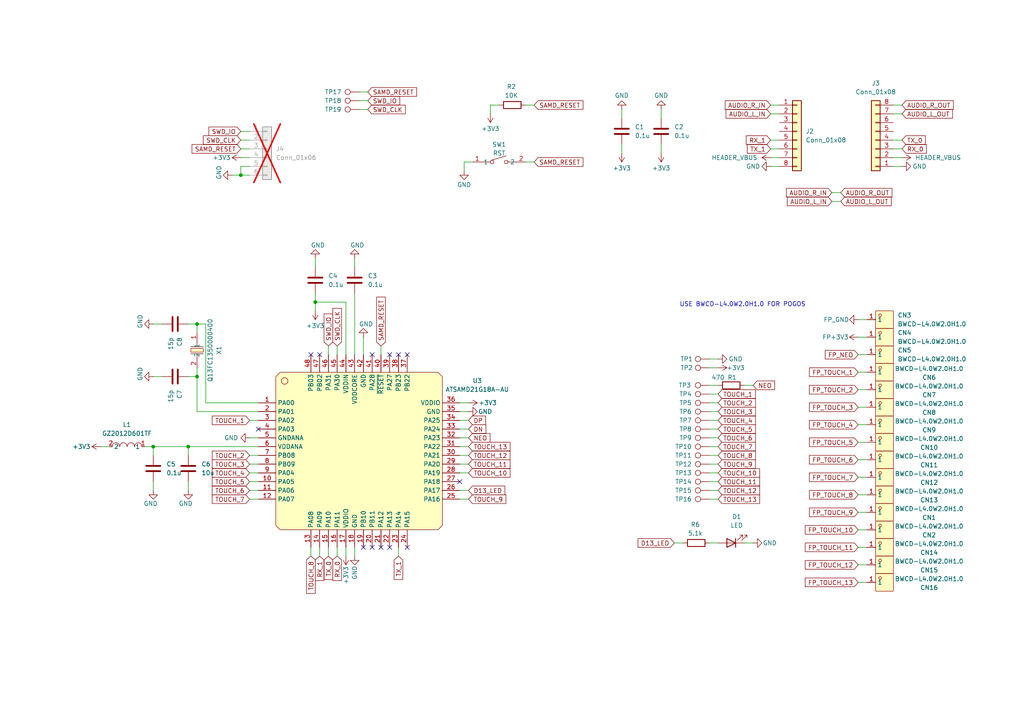
<source format=kicad_sch>
(kicad_sch (version 20250114) (generator "eeschema") (generator_version "9.0")
  (paper "A4")
  (text "USE BWCD-L4.0W2.0H1.0 FOR POGOS" (at 215.392 88.392 0) (effects (font (size 1.27 1.27))))
  (junction (at -10.16 27.94))
  (junction (at 57.15 109.22))
  (junction (at -60.96 27.94))
  (junction (at 69.85 50.8))
  (junction (at -10.16 53.34))
  (junction (at 54.61 129.54))
  (junction (at 44.45 129.54))
  (junction (at -10.16 50.8))
  (junction (at 57.15 93.98))
  (junction (at 91.44 87.63))
  (no_connect (at -35.56 30.48))
  (no_connect (at 115.57 102.87))
  (no_connect (at 105.41 158.75))
  (no_connect (at 107.95 158.75))
  (no_connect (at 90.17 102.87))
  (no_connect (at 113.03 102.87))
  (no_connect (at 74.93 124.46))
  (no_connect (at 118.11 158.75))
  (no_connect (at 110.49 158.75))
  (no_connect (at 335.28 254))
  (no_connect (at 118.11 102.87))
  (no_connect (at -35.56 45.72))
  (no_connect (at 113.03 158.75))
  (no_connect (at 92.71 102.87))
  (no_connect (at 107.95 102.87))
  (no_connect (at 133.35 139.7))
  (wire (pts (xy 154.94 46.99) (xy 152.4 46.99)))
  (wire (pts (xy 102.87 158.75) (xy 102.87 161.29)))
  (wire (pts (xy 72.39 139.7) (xy 74.93 139.7)))
  (wire (pts (xy 59.69 116.84) (xy 59.69 93.98)))
  (wire (pts (xy 57.15 93.98) (xy 57.15 96.52)))
  (wire (pts (xy 135.89 127) (xy 133.35 127)))
  (wire (pts (xy 335.28 195.58) (xy 337.82 195.58)))
  (wire (pts (xy 208.28 134.62) (xy 205.74 134.62)))
  (wire (pts (xy -38.1 43.18) (xy -35.56 43.18)))
  (wire (pts (xy 337.82 231.14) (xy 312.42 231.14)))
  (wire (pts (xy -54.61 186.69) (xy -54.61 184.15)))
  (wire (pts (xy 312.42 226.06) (xy 314.96 226.06)))
  (wire (pts (xy 312.42 251.46) (xy 314.96 251.46)))
  (wire (pts (xy 54.61 93.98) (xy 57.15 93.98)))
  (wire (pts (xy 102.87 74.93) (xy 102.87 77.47)))
  (wire (pts (xy 337.82 128.27) (xy 337.82 133.35)))
  (wire (pts (xy -43.18 33.02) (xy -45.72 33.02)))
  (wire (pts (xy 335.28 128.27) (xy 337.82 128.27)))
  (wire (pts (xy 312.42 231.14) (xy 312.42 237.49)))
  (wire (pts (xy -38.1 40.64) (xy -35.56 40.64)))
  (wire (pts (xy 312.42 223.52) (xy 314.96 223.52)))
  (wire (pts (xy 180.34 44.45) (xy 180.34 41.91)))
  (wire (pts (xy 208.28 119.38) (xy 205.74 119.38)))
  (wire (pts (xy -41.91 111.76) (xy -39.37 111.76)))
  (wire (pts (xy 335.28 167.64) (xy 337.82 167.64)))
  (wire (pts (xy 72.39 48.26) (xy 69.85 48.26)))
  (wire (pts (xy -60.96 27.94) (xy -35.56 27.94)))
  (wire (pts (xy 208.28 142.24) (xy 205.74 142.24)))
  (wire (pts (xy 223.52 48.26) (xy 226.06 48.26)))
  (wire (pts (xy 335.28 237.49) (xy 337.82 237.49)))
  (wire (pts (xy 248.92 153.67) (xy 251.46 153.67)))
  (wire (pts (xy 248.92 138.43) (xy 251.46 138.43)))
  (wire (pts (xy 106.68 31.75) (xy 104.14 31.75)))
  (wire (pts (xy 69.85 43.18) (xy 72.39 43.18)))
  (wire (pts (xy 312.42 125.73) (xy 314.96 125.73)))
  (wire (pts (xy 312.42 189.23) (xy 312.42 195.58)))
  (wire (pts (xy 208.28 132.08) (xy 205.74 132.08)))
  (wire (pts (xy 261.62 30.48) (xy 259.08 30.48)))
  (wire (pts (xy 134.62 49.53) (xy 134.62 46.99)))
  (wire (pts (xy 335.28 181.61) (xy 337.82 181.61)))
  (wire (pts (xy 135.89 142.24) (xy 133.35 142.24)))
  (wire (pts (xy 312.42 184.15) (xy 314.96 184.15)))
  (wire (pts (xy 133.35 119.38) (xy 135.89 119.38)))
  (wire (pts (xy 312.42 147.32) (xy 312.42 153.67)))
  (wire (pts (xy 54.61 129.54) (xy 54.61 132.08)))
  (wire (pts (xy 335.28 212.09) (xy 337.82 212.09)))
  (wire (pts (xy 248.92 168.91) (xy 251.46 168.91)))
  (wire (pts (xy 95.25 161.29) (xy 95.25 158.75)))
  (wire (pts (xy 54.61 142.24) (xy 54.61 139.7)))
  (wire (pts (xy 91.44 87.63) (xy 100.33 87.63)))
  (wire (pts (xy 100.33 87.63) (xy 100.33 102.87)))
  (wire (pts (xy 74.93 119.38) (xy 57.15 119.38)))
  (wire (pts (xy 90.17 161.29) (xy 90.17 158.75)))
  (wire (pts (xy 337.82 184.15) (xy 337.82 189.23)))
  (wire (pts (xy -10.16 27.94) (xy -12.7 27.94)))
  (wire (pts (xy 142.24 30.48) (xy 144.78 30.48)))
  (wire (pts (xy 102.87 85.09) (xy 102.87 102.87)))
  (wire (pts (xy -24.13 74.93) (xy -26.67 74.93)))
  (wire (pts (xy 142.24 33.02) (xy 142.24 30.48)))
  (wire (pts (xy 208.28 121.92) (xy 205.74 121.92)))
  (wire (pts (xy 44.45 93.98) (xy 46.99 93.98)))
  (wire (pts (xy 223.52 40.64) (xy 226.06 40.64)))
  (wire (pts (xy 135.89 144.78) (xy 133.35 144.78)))
  (wire (pts (xy -54.61 157.48) (xy -54.61 154.94)))
  (wire (pts (xy 312.42 198.12) (xy 314.96 198.12)))
  (wire (pts (xy 208.28 116.84) (xy 205.74 116.84)))
  (wire (pts (xy 115.57 161.29) (xy 115.57 158.75)))
  (wire (pts (xy 69.85 50.8) (xy 72.39 50.8)))
  (wire (pts (xy 312.42 203.2) (xy 312.42 209.55)))
  (wire (pts (xy -48.26 118.11) (xy -45.72 118.11)))
  (wire (pts (xy 208.28 129.54) (xy 205.74 129.54)))
  (wire (pts (xy 337.82 175.26) (xy 312.42 175.26)))
  (wire (pts (xy 335.28 209.55) (xy 337.82 209.55)))
  (wire (pts (xy 44.45 142.24) (xy 44.45 139.7)))
  (wire (pts (xy -50.8 124.46) (xy -53.34 124.46)))
  (wire (pts (xy 59.69 93.98) (xy 57.15 93.98)))
  (wire (pts (xy 97.79 161.29) (xy 97.79 158.75)))
  (wire (pts (xy 191.77 31.75) (xy 191.77 34.29)))
  (wire (pts (xy 243.84 58.42) (xy 241.3 58.42)))
  (wire (pts (xy 180.34 31.75) (xy 180.34 34.29)))
  (wire (pts (xy -62.23 82.55) (xy -59.69 82.55)))
  (wire (pts (xy 72.39 144.78) (xy 74.93 144.78)))
  (wire (pts (xy 312.42 153.67) (xy 314.96 153.67)))
  (wire (pts (xy 74.93 127) (xy 72.39 127)))
  (wire (pts (xy -10.16 27.94) (xy -10.16 50.8)))
  (wire (pts (xy 337.82 142.24) (xy 337.82 147.32)))
  (wire (pts (xy 261.62 40.64) (xy 259.08 40.64)))
  (wire (pts (xy 312.42 139.7) (xy 314.96 139.7)))
  (wire (pts (xy 29.21 129.54) (xy 31.75 129.54)))
  (wire (pts (xy -80.01 27.94) (xy -74.93 27.94)))
  (wire (pts (xy 337.82 240.03) (xy 337.82 245.11)))
  (wire (pts (xy 337.82 133.35) (xy 312.42 133.35)))
  (wire (pts (xy 312.42 240.03) (xy 314.96 240.03)))
  (wire (pts (xy 312.42 119.38) (xy 312.42 125.73)))
  (wire (pts (xy 72.39 121.92) (xy 74.93 121.92)))
  (wire (pts (xy 312.42 254) (xy 314.96 254)))
  (wire (pts (xy -54.61 176.53) (xy -54.61 173.99)))
  (wire (pts (xy 312.42 156.21) (xy 314.96 156.21)))
  (wire (pts (xy 67.31 50.8) (xy 69.85 50.8)))
  (wire (pts (xy 335.28 153.67) (xy 337.82 153.67)))
  (wire (pts (xy 248.92 92.71) (xy 251.46 92.71)))
  (wire (pts (xy 72.39 142.24) (xy 74.93 142.24)))
  (wire (pts (xy 337.82 161.29) (xy 312.42 161.29)))
  (wire (pts (xy -38.1 35.56) (xy -35.56 35.56)))
  (wire (pts (xy 335.28 198.12) (xy 337.82 198.12)))
  (wire (pts (xy 335.28 139.7) (xy 337.82 139.7)))
  (wire (pts (xy 312.42 167.64) (xy 314.96 167.64)))
  (wire (pts (xy 335.28 111.76) (xy 337.82 111.76)))
  (wire (pts (xy 95.25 100.33) (xy 95.25 102.87)))
  (wire (pts (xy 335.28 223.52) (xy 337.82 223.52)))
  (wire (pts (xy 312.42 133.35) (xy 312.42 139.7)))
  (wire (pts (xy 72.39 132.08) (xy 74.93 132.08)))
  (wire (pts (xy 69.85 45.72) (xy 72.39 45.72)))
  (wire (pts (xy 248.92 143.51) (xy 251.46 143.51)))
  (wire (pts (xy 248.92 163.83) (xy 251.46 163.83)))
  (wire (pts (xy 337.82 189.23) (xy 312.42 189.23)))
  (wire (pts (xy 335.28 170.18) (xy 337.82 170.18)))
  (wire (pts (xy 248.92 102.87) (xy 251.46 102.87)))
  (wire (pts (xy 337.82 147.32) (xy 312.42 147.32)))
  (wire (pts (xy 74.93 116.84) (xy 59.69 116.84)))
  (wire (pts (xy 248.92 118.11) (xy 251.46 118.11)))
  (wire (pts (xy -10.16 25.4) (xy -10.16 27.94)))
  (wire (pts (xy 312.42 245.11) (xy 312.42 251.46)))
  (wire (pts (xy 312.42 237.49) (xy 314.96 237.49)))
  (wire (pts (xy 335.28 226.06) (xy 337.82 226.06)))
  (wire (pts (xy 215.9 111.76) (xy 218.44 111.76)))
  (wire (pts (xy 208.28 114.3) (xy 205.74 114.3)))
  (wire (pts (xy 135.89 121.92) (xy 133.35 121.92)))
  (wire (pts (xy -35.56 50.8) (xy -60.96 50.8)))
  (wire (pts (xy 100.33 161.29) (xy 100.33 158.75)))
  (wire (pts (xy 261.62 43.18) (xy 259.08 43.18)))
  (wire (pts (xy 205.74 111.76) (xy 208.28 111.76)))
  (wire (pts (xy 91.44 74.93) (xy 91.44 77.47)))
  (wire (pts (xy 208.28 137.16) (xy 205.74 137.16)))
  (wire (pts (xy 312.42 175.26) (xy 312.42 181.61)))
  (wire (pts (xy 54.61 129.54) (xy 74.93 129.54)))
  (wire (pts (xy -35.56 53.34) (xy -38.1 53.34)))
  (wire (pts (xy 337.82 170.18) (xy 337.82 175.26)))
  (wire (pts (xy 135.89 137.16) (xy 133.35 137.16)))
  (wire (pts (xy 57.15 119.38) (xy 57.15 109.22)))
  (wire (pts (xy 106.68 29.21) (xy 104.14 29.21)))
  (wire (pts (xy 312.42 111.76) (xy 314.96 111.76)))
  (wire (pts (xy 135.89 129.54) (xy 133.35 129.54)))
  (wire (pts (xy 335.28 125.73) (xy 337.82 125.73)))
  (wire (pts (xy 261.62 45.72) (xy 259.08 45.72)))
  (wire (pts (xy 91.44 87.63) (xy 91.44 90.17)))
  (wire (pts (xy 69.85 38.1) (xy 72.39 38.1)))
  (wire (pts (xy 191.77 44.45) (xy 191.77 41.91)))
  (wire (pts (xy -57.15 142.24) (xy -52.07 142.24)))
  (wire (pts (xy 337.82 212.09) (xy 337.82 217.17)))
  (wire (pts (xy -54.61 111.76) (xy -52.07 111.76)))
  (wire (pts (xy 223.52 33.02) (xy 226.06 33.02)))
  (wire (pts (xy -54.61 144.78) (xy -54.61 147.32)))
  (wire (pts (xy 135.89 116.84) (xy 133.35 116.84)))
  (wire (pts (xy 72.39 137.16) (xy 74.93 137.16)))
  (wire (pts (xy 248.92 128.27) (xy 251.46 128.27)))
  (wire (pts (xy 335.28 184.15) (xy 337.82 184.15)))
  (wire (pts (xy 54.61 109.22) (xy 57.15 109.22)))
  (wire (pts (xy 208.28 106.68) (xy 205.74 106.68)))
  (wire (pts (xy 135.89 134.62) (xy 133.35 134.62)))
  (wire (pts (xy 223.52 30.48) (xy 226.06 30.48)))
  (wire (pts (xy 218.44 157.48) (xy 215.9 157.48)))
  (wire (pts (xy -57.15 157.48) (xy -54.61 157.48)))
  (wire (pts (xy 337.82 198.12) (xy 337.82 203.2)))
  (wire (pts (xy 44.45 132.08) (xy 44.45 129.54)))
  (wire (pts (xy 335.28 114.3) (xy 337.82 114.3)))
  (wire (pts (xy 248.92 123.19) (xy 251.46 123.19)))
  (wire (pts (xy 92.71 161.29) (xy 92.71 158.75)))
  (wire (pts (xy -12.7 53.34) (xy -10.16 53.34)))
  (wire (pts (xy -60.96 50.8) (xy -60.96 27.94)))
  (wire (pts (xy 223.52 43.18) (xy 226.06 43.18)))
  (wire (pts (xy 208.28 124.46) (xy 205.74 124.46)))
  (wire (pts (xy 312.42 209.55) (xy 314.96 209.55)))
  (wire (pts (xy 57.15 109.22) (xy 57.15 106.68)))
  (wire (pts (xy 312.42 195.58) (xy 314.96 195.58)))
  (wire (pts (xy 248.92 133.35) (xy 251.46 133.35)))
  (wire (pts (xy 135.89 124.46) (xy 133.35 124.46)))
  (wire (pts (xy 208.28 127) (xy 205.74 127)))
  (wire (pts (xy 312.42 161.29) (xy 312.42 167.64)))
  (wire (pts (xy 41.91 129.54) (xy 44.45 129.54)))
  (wire (pts (xy 106.68 26.67) (xy 104.14 26.67)))
  (wire (pts (xy 312.42 181.61) (xy 314.96 181.61)))
  (wire (pts (xy 223.52 45.72) (xy 226.06 45.72)))
  (wire (pts (xy 198.12 157.48) (xy 195.58 157.48)))
  (wire (pts (xy -38.1 38.1) (xy -35.56 38.1)))
  (wire (pts (xy 337.82 156.21) (xy 337.82 161.29)))
  (wire (pts (xy 248.92 113.03) (xy 251.46 113.03)))
  (wire (pts (xy 44.45 109.22) (xy 46.99 109.22)))
  (wire (pts (xy -44.45 186.69) (xy -44.45 184.15)))
  (wire (pts (xy 248.92 107.95) (xy 251.46 107.95)))
  (wire (pts (xy 312.42 142.24) (xy 314.96 142.24)))
  (wire (pts (xy 152.4 30.48) (xy 154.94 30.48)))
  (wire (pts (xy 135.89 132.08) (xy 133.35 132.08)))
  (wire (pts (xy -59.69 74.93) (xy -74.93 74.93)))
  (wire (pts (xy 248.92 158.75) (xy 251.46 158.75)))
  (wire (pts (xy -12.7 25.4) (xy -10.16 25.4)))
  (wire (pts (xy 69.85 48.26) (xy 69.85 50.8)))
  (wire (pts (xy 335.28 142.24) (xy 337.82 142.24)))
  (wire (pts (xy 134.62 46.99) (xy 137.16 46.99)))
  (wire (pts (xy 337.82 119.38) (xy 312.42 119.38)))
  (wire (pts (xy 337.82 203.2) (xy 312.42 203.2)))
  (wire (pts (xy -54.61 144.78) (xy -52.07 144.78)))
  (wire (pts (xy 208.28 157.48) (xy 205.74 157.48)))
  (wire (pts (xy 312.42 217.17) (xy 312.42 223.52)))
  (wire (pts (xy 335.28 240.03) (xy 337.82 240.03)))
  (wire (pts (xy 337.82 114.3) (xy 337.82 119.38)))
  (wire (pts (xy 248.92 97.79) (xy 251.46 97.79)))
  (wire (pts (xy 335.28 156.21) (xy 337.82 156.21)))
  (wire (pts (xy -59.69 90.17) (xy -74.93 90.17)))
  (wire (pts (xy -24.13 82.55) (xy -26.67 82.55)))
  (wire (pts (xy -24.13 90.17) (xy -26.67 90.17)))
  (wire (pts (xy 261.62 33.02) (xy 259.08 33.02)))
  (wire (pts (xy -10.16 53.34) (xy -10.16 50.8)))
  (wire (pts (xy -35.56 25.4) (xy -38.1 25.4)))
  (wire (pts (xy 69.85 40.64) (xy 72.39 40.64)))
  (wire (pts (xy 335.28 251.46) (xy 337.82 251.46)))
  (wire (pts (xy -44.45 176.53) (xy -44.45 173.99)))
  (wire (pts (xy 72.39 134.62) (xy 74.93 134.62)))
  (wire (pts (xy -44.45 154.94) (xy -44.45 152.4)))
  (wire (pts (xy 312.42 114.3) (xy 314.96 114.3)))
  (wire (pts (xy 110.49 100.33) (xy 110.49 102.87)))
  (wire (pts (xy 44.45 129.54) (xy 54.61 129.54)))
  (wire (pts (xy -64.77 27.94) (xy -60.96 27.94)))
  (wire (pts (xy -34.29 142.24) (xy -36.83 142.24)))
  (wire (pts (xy 105.41 102.87) (xy 105.41 97.79)))
  (wire (pts (xy 248.92 148.59) (xy 251.46 148.59)))
  (wire (pts (xy -10.16 53.34) (xy -10.16 55.88)))
  (wire (pts (xy 337.82 245.11) (xy 312.42 245.11)))
  (wire (pts (xy -43.18 48.26) (xy -45.72 48.26)))
  (wire (pts (xy -10.16 50.8) (xy -12.7 50.8)))
  (wire (pts (xy -40.64 124.46) (xy -43.18 124.46)))
  (wire (pts (xy 97.79 100.33) (xy 97.79 102.87)))
  (wire (pts (xy 312.42 128.27) (xy 314.96 128.27)))
  (wire (pts (xy 312.42 212.09) (xy 314.96 212.09)))
  (wire (pts (xy 205.74 104.14) (xy 208.28 104.14)))
  (wire (pts (xy 91.44 85.09) (xy 91.44 87.63)))
  (wire (pts (xy 208.28 139.7) (xy 205.74 139.7)))
  (wire (pts (xy 243.84 55.88) (xy 241.3 55.88)))
  (wire (pts (xy 208.28 144.78) (xy 205.74 144.78)))
  (wire (pts (xy 312.42 170.18) (xy 314.96 170.18)))
  (wire (pts (xy 261.62 48.26) (xy 259.08 48.26)))
  (wire (pts (xy 337.82 226.06) (xy 337.82 231.14)))
  (wire (pts (xy 337.82 217.17) (xy 312.42 217.17)))
  (global_label "FP_TOUCH_1" (shape input) (at 248.92 107.95 180) (property "Intersheetrefs" "${INTERSHEET_REFS}" (effects (hide yes))))
  (global_label "NEO" (shape input) (at 135.89 127 0) (property "Intersheetrefs" "${INTERSHEET_REFS}" (effects (hide yes))))
  (global_label "SAMD_RESET" (shape input) (at 110.49 100.33 90) (property "Intersheetrefs" "${INTERSHEET_REFS}" (effects (hide yes))))
  (global_label "TOUCH_11" (shape input) (at 135.89 134.62 0) (property "Intersheetrefs" "${INTERSHEET_REFS}" (effects (hide yes))))
  (global_label "TOUCH_11" (shape input) (at 208.28 139.7 0) (property "Intersheetrefs" "${INTERSHEET_REFS}" (effects (hide yes))))
  (global_label "TOUCH_9" (shape input) (at 208.28 134.62 0) (property "Intersheetrefs" "${INTERSHEET_REFS}" (effects (hide yes))))
  (global_label "SAMD_RESET" (shape input) (at 69.85 43.18 180) (property "Intersheetrefs" "${INTERSHEET_REFS}" (effects (hide yes))))
  (global_label "FP_TOUCH_6" (shape input) (at 248.92 133.35 180) (property "Intersheetrefs" "${INTERSHEET_REFS}" (effects (hide yes))))
  (global_label "DN" (shape input) (at 135.89 124.46 0) (property "Intersheetrefs" "${INTERSHEET_REFS}" (effects (hide yes))))
  (global_label "TX_1" (shape input) (at 223.52 43.18 180) (property "Intersheetrefs" "${INTERSHEET_REFS}" (effects (hide yes))))
  (global_label "TX_1" (shape input) (at 115.57 161.29 270) (property "Intersheetrefs" "${INTERSHEET_REFS}" (effects (hide yes))))
  (global_label "FP_TOUCH_10" (shape input) (at 248.92 153.67 180) (property "Intersheetrefs" "${INTERSHEET_REFS}" (effects (hide yes))))
  (global_label "SWD_CLK" (shape input) (at 69.85 40.64 180) (property "Intersheetrefs" "${INTERSHEET_REFS}" (effects (hide yes))))
  (global_label "AUDIO_L_OUT" (shape input) (at 243.84 58.42 0) (property "Intersheetrefs" "${INTERSHEET_REFS}" (effects (hide yes))))
  (global_label "RX_1" (shape input) (at 223.52 40.64 180) (property "Intersheetrefs" "${INTERSHEET_REFS}" (effects (hide yes))))
  (global_label "DP_PRE" (shape input) (at -74.93 90.17 180) (property "Intersheetrefs" "${INTERSHEET_REFS}" (effects (hide yes))))
  (global_label "AUDIO_L_OUT" (shape input) (at 261.62 33.02 0) (property "Intersheetrefs" "${INTERSHEET_REFS}" (effects (hide yes))))
  (global_label "TOUCH_7" (shape input) (at 208.28 129.54 0) (property "Intersheetrefs" "${INTERSHEET_REFS}" (effects (hide yes))))
  (global_label "TOUCH_3" (shape input) (at 208.28 119.38 0) (property "Intersheetrefs" "${INTERSHEET_REFS}" (effects (hide yes))))
  (global_label "FP_TOUCH_3" (shape input) (at 248.92 118.11 180) (property "Intersheetrefs" "${INTERSHEET_REFS}" (effects (hide yes))))
  (global_label "TOUCH_1" (shape input) (at 208.28 114.3 0) (property "Intersheetrefs" "${INTERSHEET_REFS}" (effects (hide yes))))
  (global_label "TOUCH_8" (shape input) (at 90.17 161.29 270) (property "Intersheetrefs" "${INTERSHEET_REFS}" (effects (hide yes))))
  (global_label "TX_0" (shape input) (at 261.62 40.64 0) (property "Intersheetrefs" "${INTERSHEET_REFS}" (effects (hide yes))))
  (global_label "AUDIO_R_IN" (shape input) (at 223.52 30.48 180) (property "Intersheetrefs" "${INTERSHEET_REFS}" (effects (hide yes))))
  (global_label "FP_TOUCH_4" (shape input) (at 248.92 123.19 180) (property "Intersheetrefs" "${INTERSHEET_REFS}" (effects (hide yes))))
  (global_label "FP_TOUCH_12" (shape input) (at 248.92 163.83 180) (property "Intersheetrefs" "${INTERSHEET_REFS}" (effects (hide yes))))
  (global_label "AUDIO_R_IN" (shape input) (at 241.3 55.88 180) (property "Intersheetrefs" "${INTERSHEET_REFS}" (effects (hide yes))))
  (global_label "FP_NEO" (shape input) (at 248.92 102.87 180) (property "Intersheetrefs" "${INTERSHEET_REFS}" (effects (hide yes))))
  (global_label "TOUCH_5" (shape input) (at 208.28 124.46 0) (property "Intersheetrefs" "${INTERSHEET_REFS}" (effects (hide yes))))
  (global_label "DP" (shape input) (at 135.89 121.92 0) (property "Intersheetrefs" "${INTERSHEET_REFS}" (effects (hide yes))))
  (global_label "DP_PRE" (shape input) (at -38.1 38.1 180) (property "Intersheetrefs" "${INTERSHEET_REFS}" (effects (hide yes))))
  (global_label "DN_PRE" (shape input) (at -38.1 40.64 180) (property "Intersheetrefs" "${INTERSHEET_REFS}" (effects (hide yes))))
  (global_label "RX_0" (shape input) (at 261.62 43.18 0) (property "Intersheetrefs" "${INTERSHEET_REFS}" (effects (hide yes))))
  (global_label "NEO" (shape input) (at 218.44 111.76 0) (property "Intersheetrefs" "${INTERSHEET_REFS}" (effects (hide yes))))
  (global_label "DN_PRE" (shape input) (at -74.93 74.93 180) (property "Intersheetrefs" "${INTERSHEET_REFS}" (effects (hide yes))))
  (global_label "SAMD_RESET" (shape input) (at 154.94 30.48 0) (property "Intersheetrefs" "${INTERSHEET_REFS}" (effects (hide yes))))
  (global_label "AUDIO_R_OUT" (shape input) (at 243.84 55.88 0) (property "Intersheetrefs" "${INTERSHEET_REFS}" (effects (hide yes))))
  (global_label "AUDIO_L_IN" (shape input) (at 241.3 58.42 180) (property "Intersheetrefs" "${INTERSHEET_REFS}" (effects (hide yes))))
  (global_label "TOUCH_2" (shape input) (at 208.28 116.84 0) (property "Intersheetrefs" "${INTERSHEET_REFS}" (effects (hide yes))))
  (global_label "SWD_IO" (shape input) (at 95.25 100.33 90) (property "Intersheetrefs" "${INTERSHEET_REFS}" (effects (hide yes))))
  (global_label "TOUCH_8" (shape input) (at 208.28 132.08 0) (property "Intersheetrefs" "${INTERSHEET_REFS}" (effects (hide yes))))
  (global_label "FP_NEO" (shape input) (at 312.42 111.76 180) (property "Intersheetrefs" "${INTERSHEET_REFS}" (effects (hide yes))))
  (global_label "TOUCH_12" (shape input) (at 135.89 132.08 0) (property "Intersheetrefs" "${INTERSHEET_REFS}" (effects (hide yes))))
  (global_label "TOUCH_7" (shape input) (at 72.39 144.78 180) (property "Intersheetrefs" "${INTERSHEET_REFS}" (effects (hide yes))))
  (global_label "TOUCH_9" (shape input) (at 135.89 144.78 0) (property "Intersheetrefs" "${INTERSHEET_REFS}" (effects (hide yes))))
  (global_label "FP_TOUCH_2" (shape input) (at 248.92 113.03 180) (property "Intersheetrefs" "${INTERSHEET_REFS}" (effects (hide yes))))
  (global_label "TOUCH_6" (shape input) (at 72.39 142.24 180) (property "Intersheetrefs" "${INTERSHEET_REFS}" (effects (hide yes))))
  (global_label "FP_TOUCH_9" (shape input) (at 248.92 148.59 180) (property "Intersheetrefs" "${INTERSHEET_REFS}" (effects (hide yes))))
  (global_label "FP_TOUCH_7" (shape input) (at 248.92 138.43 180) (property "Intersheetrefs" "${INTERSHEET_REFS}" (effects (hide yes))))
  (global_label "RX_0" (shape input) (at 97.79 161.29 270) (property "Intersheetrefs" "${INTERSHEET_REFS}" (effects (hide yes))))
  (global_label "AUDIO_R_OUT" (shape input) (at 261.62 30.48 0) (property "Intersheetrefs" "${INTERSHEET_REFS}" (effects (hide yes))))
  (global_label "TOUCH_10" (shape input) (at 208.28 137.16 0) (property "Intersheetrefs" "${INTERSHEET_REFS}" (effects (hide yes))))
  (global_label "TOUCH_6" (shape input) (at 208.28 127 0) (property "Intersheetrefs" "${INTERSHEET_REFS}" (effects (hide yes))))
  (global_label "FP_TOUCH_5" (shape input) (at 248.92 128.27 180) (property "Intersheetrefs" "${INTERSHEET_REFS}" (effects (hide yes))))
  (global_label "TX_0" (shape input) (at 95.25 161.29 270) (property "Intersheetrefs" "${INTERSHEET_REFS}" (effects (hide yes))))
  (global_label "D13_LED" (shape input) (at 135.89 142.24 0) (property "Intersheetrefs" "${INTERSHEET_REFS}" (effects (hide yes))))
  (global_label "TOUCH_5" (shape input) (at 72.39 139.7 180) (property "Intersheetrefs" "${INTERSHEET_REFS}" (effects (hide yes))))
  (global_label "TOUCH_4" (shape input) (at 72.39 137.16 180) (property "Intersheetrefs" "${INTERSHEET_REFS}" (effects (hide yes))))
  (global_label "SAMD_RESET" (shape input) (at 154.94 46.99 0) (property "Intersheetrefs" "${INTERSHEET_REFS}" (effects (hide yes))))
  (global_label "DP" (shape input) (at -24.13 90.17 0) (property "Intersheetrefs" "${INTERSHEET_REFS}" (effects (hide yes))))
  (global_label "RX_1" (shape input) (at 92.71 161.29 270) (property "Intersheetrefs" "${INTERSHEET_REFS}" (effects (hide yes))))
  (global_label "SWD_IO" (shape input) (at 106.68 29.21 0) (property "Intersheetrefs" "${INTERSHEET_REFS}" (effects (hide yes))))
  (global_label "DP_PRE" (shape input) (at -38.1 43.18 180) (property "Intersheetrefs" "${INTERSHEET_REFS}" (effects (hide yes))))
  (global_label "SAMD_RESET" (shape input) (at 106.68 26.67 0) (property "Intersheetrefs" "${INTERSHEET_REFS}" (effects (hide yes))))
  (global_label "TOUCH_3" (shape input) (at 72.39 134.62 180) (property "Intersheetrefs" "${INTERSHEET_REFS}" (effects (hide yes))))
  (global_label "SWD_IO" (shape input) (at 69.85 38.1 180) (property "Intersheetrefs" "${INTERSHEET_REFS}" (effects (hide yes))))
  (global_label "FP_TOUCH_13" (shape input) (at 248.92 168.91 180) (property "Intersheetrefs" "${INTERSHEET_REFS}" (effects (hide yes))))
  (global_label "FP_TOUCH_8" (shape input) (at 248.92 143.51 180) (property "Intersheetrefs" "${INTERSHEET_REFS}" (effects (hide yes))))
  (global_label "TOUCH_13" (shape input) (at 208.28 144.78 0) (property "Intersheetrefs" "${INTERSHEET_REFS}" (effects (hide yes))))
  (global_label "TOUCH_10" (shape input) (at 135.89 137.16 0) (property "Intersheetrefs" "${INTERSHEET_REFS}" (effects (hide yes))))
  (global_label "DN_PRE" (shape input) (at -38.1 35.56 180) (property "Intersheetrefs" "${INTERSHEET_REFS}" (effects (hide yes))))
  (global_label "SWD_CLK" (shape input) (at 97.79 100.33 90) (property "Intersheetrefs" "${INTERSHEET_REFS}" (effects (hide yes))))
  (global_label "FP_TOUCH_11" (shape input) (at 248.92 158.75 180) (property "Intersheetrefs" "${INTERSHEET_REFS}" (effects (hide yes))))
  (global_label "TOUCH_4" (shape input) (at 208.28 121.92 0) (property "Intersheetrefs" "${INTERSHEET_REFS}" (effects (hide yes))))
  (global_label "D13_LED" (shape input) (at 195.58 157.48 180) (property "Intersheetrefs" "${INTERSHEET_REFS}" (effects (hide yes))))
  (global_label "TOUCH_1" (shape input) (at 72.39 121.92 180) (property "Intersheetrefs" "${INTERSHEET_REFS}" (effects (hide yes))))
  (global_label "AUDIO_L_IN" (shape input) (at 223.52 33.02 180) (property "Intersheetrefs" "${INTERSHEET_REFS}" (effects (hide yes))))
  (global_label "SWD_CLK" (shape input) (at 106.68 31.75 0) (property "Intersheetrefs" "${INTERSHEET_REFS}" (effects (hide yes))))
  (global_label "TOUCH_12" (shape input) (at 208.28 142.24 0) (property "Intersheetrefs" "${INTERSHEET_REFS}" (effects (hide yes))))
  (global_label "TOUCH_2" (shape input) (at 72.39 132.08 180) (property "Intersheetrefs" "${INTERSHEET_REFS}" (effects (hide yes))))
  (global_label "DN" (shape input) (at -24.13 74.93 0) (property "Intersheetrefs" "${INTERSHEET_REFS}" (effects (hide yes))))
  (global_label "TOUCH_13" (shape input) (at 135.89 129.54 0) (property "Intersheetrefs" "${INTERSHEET_REFS}" (effects (hide yes))))
  (symbol (lib_id "power:GND") (at -45.72 33.02 270) (mirror x) (unit 1)
    (property "Reference" "#PWR023" (effects (hide yes)))
    (property "Value" "GND" (at -50.8 33.02 90))
    (property "Description" "Power symbol creates a global label with name \"GND\" , ground" (effects (hide yes)))
  )
  (symbol (lib_id "power:GND") (at 337.82 251.46 90) (mirror x) (unit 1)
    (property "Reference" "#PWR056" (effects (hide yes)))
    (property "Value" "FP_GND" (at 344.17 251.46 90))
    (property "Description" "Power symbol creates a global label with name \"GND\" , ground" (effects (hide yes)))
  )
  (symbol (lib_id "Connector:TestPoint") (at 205.74 132.08 90) (unit 1)
    (property "Reference" "TP11" (at 200.66 132.08 90) (effects (justify left)))
    (property "Value" "TestPoint" (effects (hide yes)))
    (property "Footprint" "TestPoint:TestPoint_Pad_D2.5mm" (effects (hide yes)))
    (property "Description" "test point" (effects (hide yes)))
  )
  (symbol (lib_id "power:GND") (at 105.41 97.79 0) (mirror x) (unit 1)
    (property "Reference" "#PWR037" (effects (hide yes)))
    (property "Value" "GND" (at 106.172 93.98 0))
    (property "Description" "Power symbol creates a global label with name \"GND\" , ground" (effects (hide yes)))
  )
  (symbol (lib_id "Device:R") (at -54.61 151.13 0) (unit 1)
    (property "Reference" "R4" (at -59.944 151.384 90))
    (property "Value" "10K" (at -57.404 151.384 90))
    (property "Footprint" "Resistor_SMD:R_0402_1005Metric" (effects (hide yes)))
    (property "Description" "Resistor" (effects (hide yes)))
  )
  (symbol (lib_id "easyeda2kicad:BWCD-L3W2.0H1.0") (at 255.27 107.95 0) (unit 1)
    (property "Reference" "CN6" (at 269.494 109.474 0))
    (property "Value" "BWCD-L4.0W2.0H1.0" (at 269.494 106.934 0))
    (property "Footprint" "easyeda2kicad:TESTPOINT-SMD_BD2.0-H3.0" (effects (hide yes)))
    (property "LCSC Part" "C2988082" (effects (hide yes)))
  )
  (symbol (lib_id "power:VCC") (at 248.92 97.79 90) (unit 1)
    (property "Reference" "#PWR04" (effects (hide yes)))
    (property "Value" "FP+3V3" (at 242.316 97.79 90))
    (property "Description" "Power symbol creates a global label with name \"VCC\"" (effects (hide yes)))
  )
  (symbol (lib_id "Regulator_Linear:AP2112K-3.3") (at -44.45 144.78 0) (unit 1)
    (property "Reference" "U2" (at -44.45 137.16 0))
    (property "Value" "AP2112K-3.3" (at -44.45 139.7 0))
    (property "Footprint" "Package_TO_SOT_SMD:SOT-23-5" (effects (hide yes)))
    (property "Datasheet" "https://www.diodes.com/assets/Datasheets/AP2112.pdf" (effects (hide yes)))
    (property "Description" "600mA low dropout linear regulator, with enable pin, 3.8V-6V input voltage range, 3.3V fixed positive output, SOT-23-5" (effects (hide yes)))
  )
  (symbol (lib_id "Device:R") (at 201.93 157.48 270) (unit 1)
    (property "Reference" "R6" (at 201.676 152.146 90))
    (property "Value" "5.1k" (at 201.676 154.686 90))
    (property "Footprint" "Resistor_SMD:R_0402_1005Metric" (effects (hide yes)))
    (property "Description" "Resistor" (effects (hide yes)))
  )
  (symbol (lib_id "Connector_Generic:Conn_01x08") (at 254 40.64 180) (unit 1)
    (property "Reference" "J3" (at 254 24.13 0))
    (property "Value" "Conn_01x08" (at 254 26.67 0))
    (property "Footprint" "easyeda2kicad:HDR-SMD_8P-P2.54-H-F-L11.5" (effects (hide yes)))
    (property "Description" "Generic connector, single row, 01x08, script generated (kicad-library-utils/schlib/autogen/connector/)" (effects (hide yes)))
  )
  (symbol (lib_id "power:VCC") (at 312.42 212.09 90) (unit 1)
    (property "Reference" "#PWR026" (effects (hide yes)))
    (property "Value" "FP+3V3" (at 305.816 212.09 90))
    (property "Description" "Power symbol creates a global label with name \"VCC\"" (effects (hide yes)))
  )
  (symbol (lib_id "Mechanical:MountingHole_Pad") (at 313.69 53.34 0) (unit 1) (in_bom no)
    (property "Reference" "H2" (at 316.23 50.7999 0) (effects (justify left)))
    (property "Value" "MountingHole_Pad" (at 316.23 53.3399 0) (effects (justify left)))
    (property "Footprint" "MountingHole:MountingHole_2.7mm_M2.5_ISO7380_Pad_TopBottom" (effects (hide yes)))
    (property "Description" "Mounting Hole with connection" (effects (hide yes)))
  )
  (symbol (lib_id "power:VBUS") (at -44.45 173.99 0) (unit 1)
    (property "Reference" "#PWR046" (effects (hide yes)))
    (property "Value" "VBUS" (at -44.45 167.894 90))
    (property "Description" "Power symbol creates a global label with name \"VBUS\"" (effects (hide yes)))
  )
  (symbol (lib_id "power:GND") (at 337.82 167.64 90) (mirror x) (unit 1)
    (property "Reference" "#PWR013" (effects (hide yes)))
    (property "Value" "FP_GND" (at 344.17 167.64 90))
    (property "Description" "Power symbol creates a global label with name \"GND\" , ground" (effects (hide yes)))
  )
  (symbol (lib_id "power:GND") (at -62.23 82.55 270) (mirror x) (unit 1)
    (property "Reference" "#PWR0120" (effects (hide yes)))
    (property "Value" "GND" (at -67.31 82.55 90))
    (property "Description" "Power symbol creates a global label with name \"GND\" , ground" (effects (hide yes)))
  )
  (symbol (lib_id "Connector:TestPoint") (at 104.14 29.21 90) (unit 1)
    (property "Reference" "TP18" (at 99.06 29.21 90) (effects (justify left)))
    (property "Value" "TestPoint" (effects (hide yes)))
    (property "Footprint" "TestPoint:TestPoint_Pad_D2.5mm" (effects (hide yes)))
    (property "Description" "test point" (effects (hide yes)))
  )
  (symbol (lib_id "easyeda2kicad:SK6812SIDE-A_C5378721") (at 325.12 210.82 0) (unit 1)
    (property "Reference" "LED8" (at 325.12 201.93 0))
    (property "Value" "SK6812SIDE-A_C5378721" (at 325.12 204.47 0))
    (property "Footprint" "easyeda2kicad:LED-SMD_4P-L4.0-W1.6-L" (effects (hide yes)))
    (property "LCSC Part" "C5378721" (effects (hide yes)))
  )
  (symbol (lib_id "power:VBUS") (at -57.15 142.24 90) (unit 1)
    (property "Reference" "#PWR090" (effects (hide yes)))
    (property "Value" "VBUS" (at -63.246 142.24 90))
    (property "Description" "Power symbol creates a global label with name \"VBUS\"" (effects (hide yes)))
  )
  (symbol (lib_id "power:GND") (at 337.82 209.55 90) (mirror x) (unit 1)
    (property "Reference" "#PWR025" (effects (hide yes)))
    (property "Value" "FP_GND" (at 344.17 209.55 90))
    (property "Description" "Power symbol creates a global label with name \"GND\" , ground" (effects (hide yes)))
  )
  (symbol (lib_id "power:GND") (at 44.45 93.98 270) (mirror x) (unit 1)
    (property "Reference" "#PWR048" (effects (hide yes)))
    (property "Value" "GND" (at 40.64 93.218 0))
    (property "Description" "Power symbol creates a global label with name \"GND\" , ground" (effects (hide yes)))
  )
  (symbol (lib_id "power:GND") (at -38.1 53.34 270) (mirror x) (unit 1)
    (property "Reference" "#PWR0104" (effects (hide yes)))
    (property "Value" "GND" (at -43.18 53.34 0))
    (property "Description" "Power symbol creates a global label with name \"GND\" , ground" (effects (hide yes)))
  )
  (symbol (lib_id "power:GND") (at 102.87 74.93 0) (mirror x) (unit 1)
    (property "Reference" "#PWR039" (effects (hide yes)))
    (property "Value" "GND" (at 103.632 71.12 0))
    (property "Description" "Power symbol creates a global label with name \"GND\" , ground" (effects (hide yes)))
  )
  (symbol (lib_id "easyeda2kicad:BWCD-L3W2.0H1.0") (at 255.27 163.83 0) (unit 1)
    (property "Reference" "CN15" (at 269.494 165.354 0))
    (property "Value" "BWCD-L4.0W2.0H1.0" (at 269.494 162.814 0))
    (property "Footprint" "easyeda2kicad:TESTPOINT-SMD_BD2.0-H3.0" (effects (hide yes)))
    (property "LCSC Part" "C2988082" (effects (hide yes)))
  )
  (symbol (lib_id "power:VCC") (at 180.34 44.45 180) (unit 1)
    (property "Reference" "#PWR031" (effects (hide yes)))
    (property "Value" "+3V3" (at 180.34 48.768 0))
    (property "Description" "Power symbol creates a global label with name \"VCC\"" (effects (hide yes)))
  )
  (symbol (lib_id "easyeda2kicad:SK6812SIDE-A_C5378721") (at 325.12 224.79 0) (unit 1)
    (property "Reference" "LED9" (at 325.12 215.9 0))
    (property "Value" "SK6812SIDE-A_C5378721" (at 325.12 218.44 0))
    (property "Footprint" "easyeda2kicad:LED-SMD_4P-L4.0-W1.6-L" (effects (hide yes)))
    (property "LCSC Part" "C5378721" (effects (hide yes)))
  )
  (symbol (lib_id "Connector_Generic:Conn_01x08") (at 231.14 38.1 0) (unit 1)
    (property "Reference" "J2" (at 233.68 38.0999 0) (effects (justify left)))
    (property "Value" "Conn_01x08" (at 233.68 40.6399 0) (effects (justify left)))
    (property "Footprint" "easyeda2kicad:HDR-SMD_8P-P2.54-H-F-L11.5" (effects (hide yes)))
    (property "Description" "Generic connector, single row, 01x08, script generated (kicad-library-utils/schlib/autogen/connector/)" (effects (hide yes)))
  )
  (symbol (lib_id "easyeda2kicad:BWCD-L3W2.0H1.0") (at 255.27 153.67 0) (unit 1)
    (property "Reference" "CN2" (at 269.494 155.194 0))
    (property "Value" "BWCD-L4.0W2.0H1.0" (at 269.494 152.654 0))
    (property "Footprint" "easyeda2kicad:TESTPOINT-SMD_BD2.0-H3.0" (effects (hide yes)))
    (property "LCSC Part" "C2988082" (effects (hide yes)))
  )
  (symbol (lib_id "Device:R") (at 212.09 111.76 270) (unit 1)
    (property "Reference" "R1" (at 212.344 109.474 90))
    (property "Value" "470" (at 208.28 109.474 90))
    (property "Footprint" "Resistor_SMD:R_0402_1005Metric" (effects (hide yes)))
    (property "Description" "Resistor" (effects (hide yes)))
  )
  (symbol (lib_id "Device:C") (at -44.45 180.34 0) (unit 1)
    (property "Reference" "C25" (at -37.592 181.61 0) (effects (justify right)))
    (property "Value" "10u" (at -37.592 179.07 0) (effects (justify right)))
    (property "Footprint" "Capacitor_SMD:C_0402_1005Metric" (effects (hide yes)))
    (property "Description" "Unpolarized capacitor" (effects (hide yes)))
  )
  (symbol (lib_id "Device:C") (at 54.61 135.89 0) (unit 1)
    (property "Reference" "C6" (at 58.42 134.6199 0) (effects (justify left)))
    (property "Value" "10u" (at 58.42 137.1599 0) (effects (justify left)))
    (property "Footprint" "Capacitor_SMD:C_0402_1005Metric" (effects (hide yes)))
    (property "Description" "Unpolarized capacitor" (effects (hide yes)))
  )
  (symbol (lib_id "Device:R") (at -39.37 33.02 90) (unit 1)
    (property "Reference" "R3" (at -56.388 30.988 90))
    (property "Value" "5.1k" (at -56.388 33.528 90))
    (property "Footprint" "Resistor_SMD:R_0402_1005Metric" (effects (hide yes)))
    (property "Description" "Resistor" (effects (hide yes)))
  )
  (symbol (lib_id "easyeda2kicad:BWCD-L3W2.0H1.0") (at 255.27 168.91 0) (unit 1)
    (property "Reference" "CN16" (at 269.494 170.434 0))
    (property "Value" "BWCD-L4.0W2.0H1.0" (at 269.494 167.894 0))
    (property "Footprint" "easyeda2kicad:TESTPOINT-SMD_BD2.0-H3.0" (effects (hide yes)))
    (property "LCSC Part" "C2988082" (effects (hide yes)))
  )
  (symbol (lib_id "easyeda2kicad:SK6812SIDE-A_C5378721") (at 325.12 238.76 0) (unit 1)
    (property "Reference" "LED10" (at 325.12 229.87 0))
    (property "Value" "SK6812SIDE-A_C5378721" (at 325.12 232.41 0))
    (property "Footprint" "easyeda2kicad:LED-SMD_4P-L4.0-W1.6-L" (effects (hide yes)))
    (property "LCSC Part" "C5378721" (effects (hide yes)))
  )
  (symbol (lib_id "power:GND") (at 337.82 181.61 90) (mirror x) (unit 1)
    (property "Reference" "#PWR015" (effects (hide yes)))
    (property "Value" "FP_GND" (at 344.17 181.61 90))
    (property "Description" "Power symbol creates a global label with name \"GND\" , ground" (effects (hide yes)))
  )
  (symbol (lib_id "power:VBUS") (at -54.61 111.76 90) (unit 1)
    (property "Reference" "#PWR091" (effects (hide yes)))
    (property "Value" "USB_VBUS" (at -62.23 111.76 90))
    (property "Description" "Power symbol creates a global label with name \"VBUS\"" (effects (hide yes)))
  )
  (symbol (lib_id "Device:C") (at 180.34 38.1 0) (unit 1)
    (property "Reference" "C1" (at 184.15 36.8299 0) (effects (justify left)))
    (property "Value" "0.1u" (at 184.15 39.3699 0) (effects (justify left)))
    (property "Footprint" "Capacitor_SMD:C_0402_1005Metric" (effects (hide yes)))
    (property "Description" "Unpolarized capacitor" (effects (hide yes)))
  )
  (symbol (lib_id "power:VBUS") (at -48.26 118.11 90) (unit 1)
    (property "Reference" "#PWR097" (effects (hide yes)))
    (property "Value" "HEADER_VBUS" (at -52.07 118.1099 90) (effects (justify left)))
    (property "Description" "Power symbol creates a global label with name \"VBUS\"" (effects (hide yes)))
  )
  (symbol (lib_id "Device:R") (at 148.59 30.48 270) (unit 1)
    (property "Reference" "R2" (at 148.336 25.146 90))
    (property "Value" "10K" (at 148.336 27.686 90))
    (property "Footprint" "Resistor_SMD:R_0402_1005Metric" (effects (hide yes)))
    (property "Description" "Resistor" (effects (hide yes)))
  )
  (symbol (lib_id "power:GND") (at 54.61 142.24 0) (mirror y) (unit 1)
    (property "Reference" "#PWR045" (effects (hide yes)))
    (property "Value" "GND" (at 53.848 146.05 0))
    (property "Description" "Power symbol creates a global label with name \"GND\" , ground" (effects (hide yes)))
  )
  (symbol (lib_id "power:GND") (at 337.82 125.73 90) (mirror x) (unit 1)
    (property "Reference" "#PWR06" (effects (hide yes)))
    (property "Value" "FP_GND" (at 344.17 125.73 90))
    (property "Description" "Power symbol creates a global label with name \"GND\" , ground" (effects (hide yes)))
  )
  (symbol (lib_id "power:GND") (at 67.31 50.8 270) (mirror x) (unit 1)
    (property "Reference" "#PWR050" (effects (hide yes)))
    (property "Value" "GND" (at 63.5 50.038 0))
    (property "Description" "Power symbol creates a global label with name \"GND\" , ground" (effects (hide yes)))
  )
  (symbol (lib_id "Device:C") (at -54.61 180.34 0) (unit 1)
    (property "Reference" "C24" (at -47.752 181.61 0) (effects (justify right)))
    (property "Value" "10u" (at -47.752 179.07 0) (effects (justify right)))
    (property "Footprint" "Capacitor_SMD:C_0402_1005Metric" (effects (hide yes)))
    (property "Description" "Unpolarized capacitor" (effects (hide yes)))
  )
  (symbol (lib_id "easyeda2kicad:BWCD-L3W2.0H1.0") (at 255.27 118.11 0) (unit 1)
    (property "Reference" "CN8" (at 269.494 119.634 0))
    (property "Value" "BWCD-L4.0W2.0H1.0" (at 269.494 117.094 0))
    (property "Footprint" "easyeda2kicad:TESTPOINT-SMD_BD2.0-H3.0" (effects (hide yes)))
    (property "LCSC Part" "C2988082" (effects (hide yes)))
  )
  (symbol (lib_id "power:GND") (at 44.45 142.24 0) (mirror y) (unit 1)
    (property "Reference" "#PWR044" (effects (hide yes)))
    (property "Value" "GND" (at 43.688 146.05 0))
    (property "Description" "Power symbol creates a global label with name \"GND\" , ground" (effects (hide yes)))
  )
  (symbol (lib_id "easyeda2kicad:BWCD-L3W2.0H1.0") (at 255.27 97.79 0) (unit 1)
    (property "Reference" "CN4" (at 260.35 96.5199 0) (effects (justify left)))
    (property "Value" "BWCD-L4.0W2.0H1.0" (at 260.35 99.0599 0) (effects (justify left)))
    (property "Footprint" "easyeda2kicad:TESTPOINT-SMD_BD2.0-H3.0" (effects (hide yes)))
    (property "LCSC Part" "C2988082" (effects (hide yes)))
  )
  (symbol (lib_id "power:GND") (at 191.77 31.75 0) (mirror x) (unit 1)
    (property "Reference" "#PWR033" (effects (hide yes)))
    (property "Value" "GND" (at 191.77 27.686 0))
    (property "Description" "Power symbol creates a global label with name \"GND\" , ground" (effects (hide yes)))
  )
  (symbol (lib_id "Mechanical:MountingHole_Pad") (at 313.69 76.2 0) (unit 1) (in_bom no)
    (property "Reference" "H5" (at 316.23 73.6599 0) (effects (justify left)))
    (property "Value" "MountingHole_Pad" (at 316.23 76.1999 0) (effects (justify left)))
    (property "Footprint" "MountingHole:MountingHole_2.7mm_M2.5_ISO7380_Pad_TopBottom" (effects (hide yes)))
    (property "Description" "Mounting Hole with connection" (effects (hide yes)))
  )
  (symbol (lib_id "easyeda2kicad:SK6812SIDE-A_C5378721") (at 325.12 182.88 0) (unit 1)
    (property "Reference" "LED6" (at 325.12 173.99 0))
    (property "Value" "SK6812SIDE-A_C5378721" (at 325.12 176.53 0))
    (property "Footprint" "easyeda2kicad:LED-SMD_4P-L4.0-W1.6-L" (effects (hide yes)))
    (property "LCSC Part" "C5378721" (effects (hide yes)))
  )
  (symbol (lib_id "easyeda2kicad:GT-USB-7010ASV") (at -22.86 40.64 0) (unit 1)
    (property "Reference" "U4" (at -24.13 19.05 0))
    (property "Value" "GT-USB-7010ASV" (at -24.13 21.59 0))
    (property "Footprint" "easyeda2kicad:USB-C-SMD_G-SWITCH_GT-USB-7010ASV" (effects (hide yes)))
    (property "LCSC Part" "C2988369" (effects (hide yes)))
  )
  (symbol (lib_id "power:VCC") (at 312.42 198.12 90) (unit 1)
    (property "Reference" "#PWR018" (effects (hide yes)))
    (property "Value" "FP+3V3" (at 305.816 198.12 90))
    (property "Description" "Power symbol creates a global label with name \"VCC\"" (effects (hide yes)))
  )
  (symbol (lib_id "power:VCC") (at 100.33 161.29 180) (unit 1)
    (property "Reference" "#PWR029" (effects (hide yes)))
    (property "Value" "+3V3" (at 100.33 166.878 90))
    (property "Description" "Power symbol creates a global label with name \"VCC\"" (effects (hide yes)))
  )
  (symbol (lib_id "Device:C") (at 44.45 135.89 0) (unit 1)
    (property "Reference" "C5" (at 48.26 134.6199 0) (effects (justify left)))
    (property "Value" "0.1u" (at 48.26 137.1599 0) (effects (justify left)))
    (property "Footprint" "Capacitor_SMD:C_0402_1005Metric" (effects (hide yes)))
    (property "Description" "Unpolarized capacitor" (effects (hide yes)))
  )
  (symbol (lib_id "power:VCC") (at -54.61 173.99 0) (unit 1)
    (property "Reference" "#PWR0129" (effects (hide yes)))
    (property "Value" "+3V3" (at -54.61 169.926 0))
    (property "Description" "Power symbol creates a global label with name \"VCC\"" (effects (hide yes)))
  )
  (symbol (lib_id "power:VCC") (at 135.89 116.84 270) (unit 1)
    (property "Reference" "#PWR028" (effects (hide yes)))
    (property "Value" "+3V3" (at 141.478 116.84 90))
    (property "Description" "Power symbol creates a global label with name \"VCC\"" (effects (hide yes)))
  )
  (symbol (lib_id "easyeda2kicad:SK6812SIDE-A_C5378721") (at 325.12 140.97 0) (unit 1)
    (property "Reference" "LED3" (at 325.12 132.08 0))
    (property "Value" "SK6812SIDE-A_C5378721" (at 325.12 134.62 0))
    (property "Footprint" "easyeda2kicad:LED-SMD_4P-L4.0-W1.6-L" (effects (hide yes)))
    (property "LCSC Part" "C5378721" (effects (hide yes)))
  )
  (symbol (lib_id "Connector:TestPoint") (at 205.74 129.54 90) (unit 1)
    (property "Reference" "TP10" (at 200.66 129.54 90) (effects (justify left)))
    (property "Value" "TestPoint" (effects (hide yes)))
    (property "Footprint" "TestPoint:TestPoint_Pad_D2.5mm" (effects (hide yes)))
    (property "Description" "test point" (effects (hide yes)))
  )
  (symbol (lib_id "power:VCC") (at 312.42 114.3 90) (unit 1)
    (property "Reference" "#PWR09" (effects (hide yes)))
    (property "Value" "FP+3V3" (at 305.816 114.3 90))
    (property "Description" "Power symbol creates a global label with name \"VCC\"" (effects (hide yes)))
  )
  (symbol (lib_id "easyeda2kicad:BWCD-L3W2.0H1.0") (at 255.27 113.03 0) (unit 1)
    (property "Reference" "CN7" (at 269.494 114.554 0))
    (property "Value" "BWCD-L4.0W2.0H1.0" (at 269.494 112.014 0))
    (property "Footprint" "easyeda2kicad:TESTPOINT-SMD_BD2.0-H3.0" (effects (hide yes)))
    (property "LCSC Part" "C2988082" (effects (hide yes)))
  )
  (symbol (lib_id "power:GND") (at -53.34 124.46 270) (mirror x) (unit 1)
    (property "Reference" "#PWR0106" (effects (hide yes)))
    (property "Value" "GND" (at -58.42 124.46 90))
    (property "Description" "Power symbol creates a global label with name \"GND\" , ground" (effects (hide yes)))
  )
  (symbol (lib_id "power:GND") (at -45.72 48.26 270) (mirror x) (unit 1)
    (property "Reference" "#PWR024" (effects (hide yes)))
    (property "Value" "GND" (at -50.8 48.26 90))
    (property "Description" "Power symbol creates a global label with name \"GND\" , ground" (effects (hide yes)))
  )
  (symbol (lib_id "Connector:TestPoint") (at 205.74 106.68 90) (unit 1)
    (property "Reference" "TP2" (at 199.136 106.68 90))
    (property "Value" "TestPoint" (effects (hide yes)))
    (property "Footprint" "TestPoint:TestPoint_Pad_D2.5mm" (effects (hide yes)))
    (property "Description" "test point" (effects (hide yes)))
  )
  (symbol (lib_id "easyeda2kicad:BWCD-L3W2.0H1.0") (at 255.27 143.51 0) (unit 1)
    (property "Reference" "CN13" (at 269.494 145.034 0))
    (property "Value" "BWCD-L4.0W2.0H1.0" (at 269.494 142.494 0))
    (property "Footprint" "easyeda2kicad:TESTPOINT-SMD_BD2.0-H3.0" (effects (hide yes)))
    (property "LCSC Part" "C2988082" (effects (hide yes)))
  )
  (symbol (lib_id "power:GND") (at 102.87 161.29 0) (mirror y) (unit 1)
    (property "Reference" "#PWR036" (effects (hide yes)))
    (property "Value" "GND" (at 102.87 166.116 90))
    (property "Description" "Power symbol creates a global label with name \"GND\" , ground" (effects (hide yes)))
  )
  (symbol (lib_id "power:VBUS") (at -24.13 82.55 270) (unit 1)
    (property "Reference" "#PWR0121" (effects (hide yes)))
    (property "Value" "USB_VBUS" (at -16.51 82.55 90))
    (property "Description" "Power symbol creates a global label with name \"VBUS\"" (effects (hide yes)))
  )
  (symbol (lib_id "easyeda2kicad:SK6812SIDE-A_C5378721") (at 325.12 252.73 0) (unit 1)
    (property "Reference" "LED11" (at 325.12 243.84 0))
    (property "Value" "SK6812SIDE-A_C5378721" (at 325.12 246.38 0))
    (property "Footprint" "easyeda2kicad:LED-SMD_4P-L4.0-W1.6-L" (effects (hide yes)))
    (property "LCSC Part" "C5378721" (effects (hide yes)))
  )
  (symbol (lib_id "power:GND") (at -10.16 55.88 0) (mirror y) (unit 1)
    (property "Reference" "#PWR027" (effects (hide yes)))
    (property "Value" "GND" (at -10.16 60.96 0))
    (property "Description" "Power symbol creates a global label with name \"GND\" , ground" (effects (hide yes)))
  )
  (symbol (lib_id "Connector:TestPoint") (at 205.74 139.7 90) (unit 1)
    (property "Reference" "TP14" (at 200.66 139.7 90) (effects (justify left)))
    (property "Value" "TestPoint" (effects (hide yes)))
    (property "Footprint" "TestPoint:TestPoint_Pad_D2.5mm" (effects (hide yes)))
    (property "Description" "test point" (effects (hide yes)))
  )
  (symbol (lib_id "power:VBUS") (at -80.01 27.94 90) (unit 1)
    (property "Reference" "#PWR0113" (effects (hide yes)))
    (property "Value" "USB_VBUS" (at -87.63 27.94 90))
    (property "Description" "Power symbol creates a global label with name \"VBUS\"" (effects (hide yes)))
  )
  (symbol (lib_id "Mechanical:MountingHole_Pad") (at 313.69 83.82 0) (unit 1) (in_bom no)
    (property "Reference" "H6" (at 316.23 81.2799 0) (effects (justify left)))
    (property "Value" "MountingHole_Pad" (at 316.23 83.8199 0) (effects (justify left)))
    (property "Footprint" "MountingHole:MountingHole_2.7mm_M2.5_ISO7380_Pad_TopBottom" (effects (hide yes)))
    (property "Description" "Mounting Hole with connection" (effects (hide yes)))
  )
  (symbol (lib_id "Connector:TestPoint") (at 205.74 142.24 90) (unit 1)
    (property "Reference" "TP15" (at 200.66 142.24 90) (effects (justify left)))
    (property "Value" "TestPoint" (effects (hide yes)))
    (property "Footprint" "TestPoint:TestPoint_Pad_D2.5mm" (effects (hide yes)))
    (property "Description" "test point" (effects (hide yes)))
  )
  (symbol (lib_id "power:VCC") (at 312.42 240.03 90) (unit 1)
    (property "Reference" "#PWR055" (effects (hide yes)))
    (property "Value" "FP+3V3" (at 305.816 240.03 90))
    (property "Description" "Power symbol creates a global label with name \"VCC\"" (effects (hide yes)))
  )
  (symbol (lib_id "easyeda2kicad:SK6812SIDE-A_C5378721") (at 325.12 127 0) (unit 1)
    (property "Reference" "LED2" (at 325.12 118.11 0))
    (property "Value" "SK6812SIDE-A_C5378721" (at 325.12 120.65 0))
    (property "Footprint" "easyeda2kicad:LED-SMD_4P-L4.0-W1.6-L" (effects (hide yes)))
    (property "LCSC Part" "C5378721" (effects (hide yes)))
  )
  (symbol (lib_id "power:VBUS") (at -39.37 111.76 270) (unit 1)
    (property "Reference" "#PWR094" (effects (hide yes)))
    (property "Value" "HEADER_VBUS" (at -35.56 111.7599 90) (effects (justify left)))
    (property "Description" "Power symbol creates a global label with name \"VBUS\"" (effects (hide yes)))
  )
  (symbol (lib_id "power:GND") (at 180.34 31.75 0) (mirror x) (unit 1)
    (property "Reference" "#PWR032" (effects (hide yes)))
    (property "Value" "GND" (at 180.34 27.686 0))
    (property "Description" "Power symbol creates a global label with name \"GND\" , ground" (effects (hide yes)))
  )
  (symbol (lib_id "easyeda2kicad:SK6812SIDE-A_C5378721") (at 325.12 154.94 0) (unit 1)
    (property "Reference" "LED4" (at 325.12 146.05 0))
    (property "Value" "SK6812SIDE-A_C5378721" (at 325.12 148.59 0))
    (property "Footprint" "easyeda2kicad:LED-SMD_4P-L4.0-W1.6-L" (effects (hide yes)))
    (property "LCSC Part" "C5378721" (effects (hide yes)))
  )
  (symbol (lib_id "power:VCC") (at 312.42 170.18 90) (unit 1)
    (property "Reference" "#PWR014" (effects (hide yes)))
    (property "Value" "FP+3V3" (at 305.816 170.18 90))
    (property "Description" "Power symbol creates a global label with name \"VCC\"" (effects (hide yes)))
  )
  (symbol (lib_id "power:GND") (at 337.82 223.52 90) (mirror x) (unit 1)
    (property "Reference" "#PWR052" (effects (hide yes)))
    (property "Value" "FP_GND" (at 344.17 223.52 90))
    (property "Description" "Power symbol creates a global label with name \"GND\" , ground" (effects (hide yes)))
  )
  (symbol (lib_id "Connector:TestPoint") (at 205.74 116.84 90) (unit 1)
    (property "Reference" "TP5" (at 200.66 116.84 90) (effects (justify left)))
    (property "Value" "TestPoint" (effects (hide yes)))
    (property "Footprint" "TestPoint:TestPoint_Pad_D2.5mm" (effects (hide yes)))
    (property "Description" "test point" (effects (hide yes)))
  )
  (symbol (lib_id "power:GND") (at 91.44 74.93 0) (mirror x) (unit 1)
    (property "Reference" "#PWR040" (effects (hide yes)))
    (property "Value" "GND" (at 92.202 71.12 0))
    (property "Description" "Power symbol creates a global label with name \"GND\" , ground" (effects (hide yes)))
  )
  (symbol (lib_id "power:VCC") (at 312.42 156.21 90) (unit 1)
    (property "Reference" "#PWR012" (effects (hide yes)))
    (property "Value" "FP+3V3" (at 305.816 156.21 90))
    (property "Description" "Power symbol creates a global label with name \"VCC\"" (effects (hide yes)))
  )
  (symbol (lib_id "Device:C") (at 50.8 93.98 270) (unit 1)
    (property "Reference" "C8" (at 52.0701 97.79 0) (effects (justify left)))
    (property "Value" "15p" (at 49.5301 97.79 0) (effects (justify left)))
    (property "Footprint" "Capacitor_SMD:C_0402_1005Metric" (effects (hide yes)))
    (property "Description" "Unpolarized capacitor" (effects (hide yes)))
  )
  (symbol (lib_id "Connector:TestPoint") (at 205.74 134.62 90) (unit 1)
    (property "Reference" "TP12" (at 200.66 134.62 90) (effects (justify left)))
    (property "Value" "TestPoint" (effects (hide yes)))
    (property "Footprint" "TestPoint:TestPoint_Pad_D2.5mm" (effects (hide yes)))
    (property "Description" "test point" (effects (hide yes)))
  )
  (symbol (lib_id "power:VBUS") (at 261.62 45.72 270) (unit 1)
    (property "Reference" "#PWR020" (effects (hide yes)))
    (property "Value" "HEADER_VBUS" (at 265.43 45.7199 90) (effects (justify left)))
    (property "Description" "Power symbol creates a global label with name \"VBUS\"" (effects (hide yes)))
  )
  (symbol (lib_id "Mechanical:MountingHole_Pad") (at 313.69 68.58 0) (unit 1) (in_bom no)
    (property "Reference" "H4" (at 316.23 66.0399 0) (effects (justify left)))
    (property "Value" "MountingHole_Pad" (at 316.23 68.5799 0) (effects (justify left)))
    (property "Footprint" "MountingHole:MountingHole_2.7mm_M2.5_ISO7380_Pad_TopBottom" (effects (hide yes)))
    (property "Description" "Mounting Hole with connection" (effects (hide yes)))
  )
  (symbol (lib_id "power:GND") (at 72.39 127 270) (mirror x) (unit 1)
    (property "Reference" "#PWR038" (effects (hide yes)))
    (property "Value" "GND" (at 67.056 127 90))
    (property "Description" "Power symbol creates a global label with name \"GND\" , ground" (effects (hide yes)))
  )
  (symbol (lib_id "power:VCC") (at 191.77 44.45 180) (unit 1)
    (property "Reference" "#PWR034" (effects (hide yes)))
    (property "Value" "+3V3" (at 191.77 48.768 0))
    (property "Description" "Power symbol creates a global label with name \"VCC\"" (effects (hide yes)))
  )
  (symbol (lib_id "power:VBUS") (at 223.52 45.72 90) (unit 1)
    (property "Reference" "#PWR019" (effects (hide yes)))
    (property "Value" "HEADER_VBUS" (at 219.71 45.7199 90) (effects (justify left)))
    (property "Description" "Power symbol creates a global label with name \"VBUS\"" (effects (hide yes)))
  )
  (symbol (lib_id "power:GND") (at 261.62 48.26 90) (mirror x) (unit 1)
    (property "Reference" "#PWR022" (effects (hide yes)))
    (property "Value" "GND" (at 266.7 48.26 90))
    (property "Description" "Power symbol creates a global label with name \"GND\" , ground" (effects (hide yes)))
  )
  (symbol (lib_id "Connector:TestPoint") (at 205.74 124.46 90) (unit 1)
    (property "Reference" "TP8" (at 200.66 124.46 90) (effects (justify left)))
    (property "Value" "TestPoint" (effects (hide yes)))
    (property "Footprint" "TestPoint:TestPoint_Pad_D2.5mm" (effects (hide yes)))
    (property "Description" "test point" (effects (hide yes)))
  )
  (symbol (lib_id "Connector:TestPoint") (at 104.14 31.75 90) (unit 1)
    (property "Reference" "TP19" (at 99.06 31.75 90) (effects (justify left)))
    (property "Value" "TestPoint" (effects (hide yes)))
    (property "Footprint" "TestPoint:TestPoint_Pad_D2.5mm" (effects (hide yes)))
    (property "Description" "test point" (effects (hide yes)))
  )
  (symbol (lib_id "power:GND") (at -54.61 186.69 0) (mirror y) (unit 1)
    (property "Reference" "#PWR0131" (effects (hide yes)))
    (property "Value" "GND" (at -54.61 191.77 0))
    (property "Description" "Power symbol creates a global label with name \"GND\" , ground" (effects (hide yes)))
  )
  (symbol (lib_id "Device:C") (at 50.8 109.22 270) (unit 1)
    (property "Reference" "C7" (at 52.0701 113.03 0) (effects (justify left)))
    (property "Value" "15p" (at 49.5301 113.03 0) (effects (justify left)))
    (property "Footprint" "Capacitor_SMD:C_0402_1005Metric" (effects (hide yes)))
    (property "Description" "Unpolarized capacitor" (effects (hide yes)))
  )
  (symbol (lib_id "power:VBUS") (at -57.15 157.48 90) (unit 1)
    (property "Reference" "#PWR0101" (effects (hide yes)))
    (property "Value" "VBUS" (at -63.246 157.48 90))
    (property "Description" "Power symbol creates a global label with name \"VBUS\"" (effects (hide yes)))
  )
  (symbol (lib_id "Connector:TestPoint") (at 104.14 26.67 90) (unit 1)
    (property "Reference" "TP17" (at 99.06 26.67 90) (effects (justify left)))
    (property "Value" "TestPoint" (effects (hide yes)))
    (property "Footprint" "TestPoint:TestPoint_Pad_D2.5mm" (effects (hide yes)))
    (property "Description" "test point" (effects (hide yes)))
  )
  (symbol (lib_id "easyeda2kicad:USBLC6-2SC6") (at -43.18 82.55 0) (unit 1)
    (property "Reference" "D2" (at -43.18 64.77 0))
    (property "Value" "USBLC6-2SC6" (at -43.18 67.31 0))
    (property "Footprint" "easyeda2kicad:SOT-23-6_L2.9-W1.6-P0.95-LS2.8-BL" (effects (hide yes)))
    (property "Datasheet" "https://lcsc.com/product-detail/Diodes-ESD_STMicroelectronics_USBLC6-2SC6_USBLC6-2SC6_C7519.html" (effects (hide yes)))
    (property "LCSC Part" "C7519" (effects (hide yes)))
  )
  (symbol (lib_id "Connector:TestPoint") (at 205.74 111.76 90) (unit 1)
    (property "Reference" "TP3" (at 198.628 111.76 90))
    (property "Value" "TestPoint" (effects (hide yes)))
    (property "Footprint" "TestPoint:TestPoint_Pad_D2.5mm" (effects (hide yes)))
    (property "Description" "test point" (effects (hide yes)))
  )
  (symbol (lib_id "power:VCC") (at 91.44 90.17 180) (unit 1)
    (property "Reference" "#PWR041" (effects (hide yes)))
    (property "Value" "+3V3" (at 91.44 94.488 0))
    (property "Description" "Power symbol creates a global label with name \"VCC\"" (effects (hide yes)))
  )
  (symbol (lib_id "easyeda2kicad:SK6812SIDE-A_C5378721") (at 325.12 113.03 0) (unit 1)
    (property "Reference" "LED1" (at 325.12 104.14 0))
    (property "Value" "SK6812SIDE-A_C5378721" (at 325.12 106.68 0))
    (property "Footprint" "easyeda2kicad:LED-SMD_4P-L4.0-W1.6-L" (effects (hide yes)))
    (property "LCSC Part" "C5378721" (effects (hide yes)))
  )
  (symbol (lib_id "easyeda2kicad:BWCD-L3W2.0H1.0") (at 255.27 138.43 0) (unit 1)
    (property "Reference" "CN12" (at 269.494 139.954 0))
    (property "Value" "BWCD-L4.0W2.0H1.0" (at 269.494 137.414 0))
    (property "Footprint" "easyeda2kicad:TESTPOINT-SMD_BD2.0-H3.0" (effects (hide yes)))
    (property "LCSC Part" "C2988082" (effects (hide yes)))
  )
  (symbol (lib_id "easyeda2kicad:BWCD-L3W2.0H1.0") (at 255.27 102.87 0) (unit 1)
    (property "Reference" "CN5" (at 260.35 101.5999 0) (effects (justify left)))
    (property "Value" "BWCD-L4.0W2.0H1.0" (at 260.35 104.1399 0) (effects (justify left)))
    (property "Footprint" "easyeda2kicad:TESTPOINT-SMD_BD2.0-H3.0" (effects (hide yes)))
    (property "LCSC Part" "C2988082" (effects (hide yes)))
  )
  (symbol (lib_id "power:GND") (at 208.28 104.14 90) (mirror x) (unit 1)
    (property "Reference" "#PWR01" (effects (hide yes)))
    (property "Value" "GND" (at 213.36 104.14 90))
    (property "Description" "Power symbol creates a global label with name \"GND\" , ground" (effects (hide yes)))
  )
  (symbol (lib_id "easyeda2kicad:BWCD-L3W2.0H1.0") (at 255.27 123.19 0) (unit 1)
    (property "Reference" "CN9" (at 269.494 124.714 0))
    (property "Value" "BWCD-L4.0W2.0H1.0" (at 269.494 122.174 0))
    (property "Footprint" "easyeda2kicad:TESTPOINT-SMD_BD2.0-H3.0" (effects (hide yes)))
    (property "LCSC Part" "C2988082" (effects (hide yes)))
  )
  (symbol (lib_id "power:VCC") (at 312.42 184.15 90) (unit 1)
    (property "Reference" "#PWR016" (effects (hide yes)))
    (property "Value" "FP+3V3" (at 305.816 184.15 90))
    (property "Description" "Power symbol creates a global label with name \"VCC\"" (effects (hide yes)))
  )
  (symbol (lib_id "Device:R") (at -39.37 48.26 90) (unit 1)
    (property "Reference" "R5" (at -56.388 46.228 90))
    (property "Value" "5.1k" (at -56.388 48.768 90))
    (property "Footprint" "Resistor_SMD:R_0402_1005Metric" (effects (hide yes)))
    (property "Description" "Resistor" (effects (hide yes)))
  )
  (symbol (lib_id "easyeda2kicad:GZ2012D601TF") (at 36.83 129.54 180) (unit 1)
    (property "Reference" "L1" (at 36.83 123.19 0))
    (property "Value" "GZ2012D601TF" (at 36.83 125.73 0))
    (property "Footprint" "easyeda2kicad:L0805" (effects (hide yes)))
    (property "Datasheet" "https://lcsc.com/product-detail/Ferrite-Beads-And-Chips_600R-25-100MHz_C1017.html" (effects (hide yes)))
    (property "LCSC Part" "C1017" (effects (hide yes)))
  )
  (symbol (lib_id "easyeda2kicad:BWCD-L3W2.0H1.0") (at 255.27 128.27 0) (unit 1)
    (property "Reference" "CN10" (at 269.494 129.794 0))
    (property "Value" "BWCD-L4.0W2.0H1.0" (at 269.494 127.254 0))
    (property "Footprint" "easyeda2kicad:TESTPOINT-SMD_BD2.0-H3.0" (effects (hide yes)))
    (property "LCSC Part" "C2988082" (effects (hide yes)))
  )
  (symbol (lib_id "Connector:TestPoint") (at 205.74 144.78 90) (unit 1)
    (property "Reference" "TP16" (at 200.66 144.78 90) (effects (justify left)))
    (property "Value" "TestPoint" (effects (hide yes)))
    (property "Footprint" "TestPoint:TestPoint_Pad_D2.5mm" (effects (hide yes)))
    (property "Description" "test point" (effects (hide yes)))
  )
  (symbol (lib_id "power:VCC") (at 312.42 226.06 90) (unit 1)
    (property "Reference" "#PWR053" (effects (hide yes)))
    (property "Value" "FP+3V3" (at 305.816 226.06 90))
    (property "Description" "Power symbol creates a global label with name \"VCC\"" (effects (hide yes)))
  )
  (symbol (lib_id "Device:C") (at -46.99 124.46 270) (unit 1)
    (property "Reference" "C11" (at -48.26 131.318 0) (effects (justify right)))
    (property "Value" "10u" (at -45.72 131.318 0) (effects (justify right)))
    (property "Footprint" "Capacitor_SMD:C_0402_1005Metric" (effects (hide yes)))
    (property "Description" "Unpolarized capacitor" (effects (hide yes)))
  )
  (symbol (lib_id "Device:C") (at 91.44 81.28 0) (unit 1)
    (property "Reference" "C4" (at 95.25 80.0099 0) (effects (justify left)))
    (property "Value" "0.1u" (at 95.25 82.5499 0) (effects (justify left)))
    (property "Footprint" "Capacitor_SMD:C_0402_1005Metric" (effects (hide yes)))
    (property "Description" "Unpolarized capacitor" (effects (hide yes)))
  )
  (symbol (lib_id "PCM_4ms_Connector:Conn_01x06") (at 77.47 43.18 0) (unit 1) (exclude_from_sim yes) (dnp yes)
    (property "Reference" "J4" (at 80.01 43.1799 0) (effects (justify left)))
    (property "Value" "Conn_01x06" (at 80.01 45.7199 0) (effects (justify left)))
    (property "Footprint" "Connector_PinHeader_2.54mm:PinHeader_1x06_P2.54mm_Vertical" (effects (hide yes)))
    (property "Description" "HEADER 1x6 MALE PINS 0.100” 180deg" (effects (hide yes)))
    (property "Specifications" "HEADER 1x6 MALE PINS 0.100” 180deg" (effects (hide yes)))
    (property "Manufacturer" "TAD" (effects (hide yes)))
    (property "Part Number" "1-0601FBV0T" (effects (hide yes)))
  )
  (symbol (lib_id "Connector:TestPoint") (at 205.74 121.92 90) (unit 1)
    (property "Reference" "TP7" (at 200.66 121.92 90) (effects (justify left)))
    (property "Value" "TestPoint" (effects (hide yes)))
    (property "Footprint" "TestPoint:TestPoint_Pad_D2.5mm" (effects (hide yes)))
    (property "Description" "test point" (effects (hide yes)))
  )
  (symbol (lib_id "power:GND") (at 44.45 109.22 270) (mirror x) (unit 1)
    (property "Reference" "#PWR047" (effects (hide yes)))
    (property "Value" "GND" (at 40.64 108.458 0))
    (property "Description" "Power symbol creates a global label with name \"GND\" , ground" (effects (hide yes)))
  )
  (symbol (lib_id "Device:C") (at 191.77 38.1 0) (unit 1)
    (property "Reference" "C2" (at 195.58 36.8299 0) (effects (justify left)))
    (property "Value" "0.1u" (at 195.58 39.3699 0) (effects (justify left)))
    (property "Footprint" "Capacitor_SMD:C_0402_1005Metric" (effects (hide yes)))
    (property "Description" "Unpolarized capacitor" (effects (hide yes)))
  )
  (symbol (lib_id "power:GND") (at 135.89 119.38 90) (mirror x) (unit 1)
    (property "Reference" "#PWR035" (effects (hide yes)))
    (property "Value" "GND" (at 140.716 119.38 90))
    (property "Description" "Power symbol creates a global label with name \"GND\" , ground" (effects (hide yes)))
  )
  (symbol (lib_id "power:VCC") (at 69.85 45.72 90) (unit 1)
    (property "Reference" "#PWR051" (effects (hide yes)))
    (property "Value" "+3V3" (at 64.262 45.72 90))
    (property "Description" "Power symbol creates a global label with name \"VCC\"" (effects (hide yes)))
  )
  (symbol (lib_id "power:GND") (at 248.92 92.71 270) (mirror x) (unit 1)
    (property "Reference" "#PWR03" (effects (hide yes)))
    (property "Value" "FP_GND" (at 242.57 92.71 90))
    (property "Description" "Power symbol creates a global label with name \"GND\" , ground" (effects (hide yes)))
  )
  (symbol (lib_id "power:GND") (at 223.52 48.26 270) (mirror x) (unit 1)
    (property "Reference" "#PWR021" (effects (hide yes)))
    (property "Value" "GND" (at 218.44 48.26 90))
    (property "Description" "Power symbol creates a global label with name \"GND\" , ground" (effects (hide yes)))
  )
  (symbol (lib_id "Connector:TestPoint") (at 205.74 104.14 90) (unit 1)
    (property "Reference" "TP1" (at 199.136 104.14 90))
    (property "Value" "TestPoint" (effects (hide yes)))
    (property "Footprint" "TestPoint:TestPoint_Pad_D2.5mm" (effects (hide yes)))
    (property "Description" "test point" (effects (hide yes)))
  )
  (symbol (lib_id "Connector:TestPoint") (at 205.74 119.38 90) (unit 1)
    (property "Reference" "TP6" (at 200.66 119.38 90) (effects (justify left)))
    (property "Value" "TestPoint" (effects (hide yes)))
    (property "Footprint" "TestPoint:TestPoint_Pad_D2.5mm" (effects (hide yes)))
    (property "Description" "test point" (effects (hide yes)))
  )
  (symbol (lib_id "easyeda2kicad:SK6812SIDE-A_C5378721") (at 325.12 168.91 0) (unit 1)
    (property "Reference" "LED5" (at 325.12 160.02 0))
    (property "Value" "SK6812SIDE-A_C5378721" (at 325.12 162.56 0))
    (property "Footprint" "easyeda2kicad:LED-SMD_4P-L4.0-W1.6-L" (effects (hide yes)))
    (property "LCSC Part" "C5378721" (effects (hide yes)))
  )
  (symbol (lib_id "power:GND") (at -44.45 154.94 0) (mirror y) (unit 1)
    (property "Reference" "#PWR0130" (effects (hide yes)))
    (property "Value" "GND" (at -44.45 160.02 0))
    (property "Description" "Power symbol creates a global label with name \"GND\" , ground" (effects (hide yes)))
  )
  (symbol (lib_id "power:GND") (at 337.82 111.76 90) (mirror x) (unit 1)
    (property "Reference" "#PWR05" (effects (hide yes)))
    (property "Value" "FP_GND" (at 344.17 111.76 90))
    (property "Description" "Power symbol creates a global label with name \"GND\" , ground" (effects (hide yes)))
  )
  (symbol (lib_id "easyeda2kicad:BSMD1206-200-6V") (at -69.85 27.94 0) (unit 1)
    (property "Reference" "F2" (at -69.85 21.59 0))
    (property "Value" "BSMD1206-200-6V" (at -69.85 24.13 0))
    (property "Footprint" "easyeda2kicad:F1206" (effects (hide yes)))
    (property "Datasheet" "https://lcsc.com/product-detail/PTC-Resettable-Fuses_BHFUSE-BSMD1206-200-6V_C883134.html" (effects (hide yes)))
    (property "LCSC Part" "C883134" (effects (hide yes)))
  )
  (symbol (lib_id "Mechanical:MountingHole_Pad") (at 313.69 60.96 0) (unit 1) (in_bom no)
    (property "Reference" "H3" (at 316.23 58.4199 0) (effects (justify left)))
    (property "Value" "MountingHole_Pad" (at 316.23 60.9599 0) (effects (justify left)))
    (property "Footprint" "MountingHole:MountingHole_2.7mm_M2.5_ISO7380_Pad_TopBottom" (effects (hide yes)))
    (property "Description" "Mounting Hole with connection" (effects (hide yes)))
  )
  (symbol (lib_id "power:GND") (at 337.82 237.49 90) (mirror x) (unit 1)
    (property "Reference" "#PWR054" (effects (hide yes)))
    (property "Value" "FP_GND" (at 344.17 237.49 90))
    (property "Description" "Power symbol creates a global label with name \"GND\" , ground" (effects (hide yes)))
  )
  (symbol (lib_id "power:GND") (at -44.45 186.69 0) (mirror y) (unit 1)
    (property "Reference" "#PWR0132" (effects (hide yes)))
    (property "Value" "GND" (at -44.45 191.77 0))
    (property "Description" "Power symbol creates a global label with name \"GND\" , ground" (effects (hide yes)))
  )
  (symbol (lib_id "power:VCC") (at 29.21 129.54 90) (unit 1)
    (property "Reference" "#PWR043" (effects (hide yes)))
    (property "Value" "+3V3" (at 23.622 129.54 90))
    (property "Description" "Power symbol creates a global label with name \"VCC\"" (effects (hide yes)))
  )
  (symbol (lib_id "Device:LED") (at 212.09 157.48 180) (unit 1)
    (property "Reference" "D1" (at 213.6775 149.86 0))
    (property "Value" "LED" (at 213.6775 152.4 0))
    (property "Footprint" "LED_SMD:LED_0603_1608Metric" (effects (hide yes)))
    (property "Description" "Light emitting diode" (effects (hide yes)))
    (property "Sim.Pins" "1=K 2=A" (effects (hide yes)))
  )
  (symbol (lib_id "power:VCC") (at 312.42 142.24 90) (unit 1)
    (property "Reference" "#PWR011" (effects (hide yes)))
    (property "Value" "FP+3V3" (at 305.816 142.24 90))
    (property "Description" "Power symbol creates a global label with name \"VCC\"" (effects (hide yes)))
  )
  (symbol (lib_id "easyeda2kicad:BWCD-L3W2.0H1.0") (at 255.27 133.35 0) (unit 1)
    (property "Reference" "CN11" (at 269.494 134.874 0))
    (property "Value" "BWCD-L4.0W2.0H1.0" (at 269.494 132.334 0))
    (property "Footprint" "easyeda2kicad:TESTPOINT-SMD_BD2.0-H3.0" (effects (hide yes)))
    (property "LCSC Part" "C2988082" (effects (hide yes)))
  )
  (symbol (lib_id "easyeda2kicad:ATSAMD21G18A-AU") (at 105.41 130.81 0) (unit 1)
    (property "Reference" "U3" (at 138.43 110.4198 0))
    (property "Value" "ATSAMD21G18A-AU" (at 138.43 112.9598 0))
    (property "Footprint" "easyeda2kicad:TQFP-48_L7.0-W7.0-P0.50-LS9.0-BL" (effects (hide yes)))
    (property "Datasheet" "https://lcsc.com/product-detail/ATMEL-AVR_ATMEL_ATSAMD21G18A-AU_ATSAMD21G18A-AU_C78624.html" (effects (hide yes)))
    (property "LCSC Part" "C78624" (effects (hide yes)))
  )
  (symbol (lib_id "Connector:TestPoint") (at 205.74 137.16 90) (unit 1)
    (property "Reference" "TP13" (at 200.66 137.16 90) (effects (justify left)))
    (property "Value" "TestPoint" (effects (hide yes)))
    (property "Footprint" "TestPoint:TestPoint_Pad_D2.5mm" (effects (hide yes)))
    (property "Description" "test point" (effects (hide yes)))
  )
  (symbol (lib_id "easyeda2kicad:TS-1088-AR02016") (at 144.78 46.99 0) (unit 1)
    (property "Reference" "SW1" (at 144.78 41.91 0))
    (property "Value" "RST" (at 144.78 44.45 0))
    (property "Footprint" "easyeda2kicad:SW-SMD_L3.9-W3.0-P4.45" (effects (hide yes)))
    (property "Datasheet" "https://lcsc.com/product-detail/Tactile-Switches_XUNPU-TS-1088-AR02016_C720477.html" (effects (hide yes)))
    (property "LCSC Part" "C720477" (effects (hide yes)))
  )
  (symbol (lib_id "power:VCC") (at 142.24 33.02 180) (unit 1)
    (property "Reference" "#PWR042" (effects (hide yes)))
    (property "Value" "+3V3" (at 142.24 37.338 0))
    (property "Description" "Power symbol creates a global label with name \"VCC\"" (effects (hide yes)))
  )
  (symbol (lib_id "power:VBUS") (at -40.64 124.46 270) (unit 1)
    (property "Reference" "#PWR0103" (effects (hide yes)))
    (property "Value" "VBUS" (at -34.544 124.46 90))
    (property "Description" "Power symbol creates a global label with name \"VBUS\"" (effects (hide yes)))
  )
  (symbol (lib_id "Connector:TestPoint") (at 205.74 127 90) (unit 1)
    (property "Reference" "TP9" (at 200.66 127 90) (effects (justify left)))
    (property "Value" "TestPoint" (effects (hide yes)))
    (property "Footprint" "TestPoint:TestPoint_Pad_D2.5mm" (effects (hide yes)))
    (property "Description" "test point" (effects (hide yes)))
  )
  (symbol (lib_id "power:GND") (at -38.1 25.4 270) (mirror x) (unit 1)
    (property "Reference" "#PWR0105" (effects (hide yes)))
    (property "Value" "GND" (at -43.18 25.4 0))
    (property "Description" "Power symbol creates a global label with name \"GND\" , ground" (effects (hide yes)))
  )
  (symbol (lib_id "Mechanical:MountingHole_Pad") (at 313.69 45.72 0) (unit 1) (in_bom no)
    (property "Reference" "H1" (at 316.23 43.1799 0) (effects (justify left)))
    (property "Value" "MountingHole_Pad" (at 316.23 45.7199 0) (effects (justify left)))
    (property "Footprint" "MountingHole:MountingHole_2.7mm_M2.5_ISO7380_Pad_TopBottom" (effects (hide yes)))
    (property "Description" "Mounting Hole with connection" (effects (hide yes)))
  )
  (symbol (lib_id "easyeda2kicad:SS34_C8678") (at -46.99 111.76 180) (unit 1)
    (property "Reference" "D3" (at -46.735 106.68 0))
    (property "Value" "SS34_C8678" (at -46.735 109.22 0))
    (property "Footprint" "easyeda2kicad:SMA_L4.3-W2.6-LS5.2-RD" (effects (hide yes)))
    (property "Datasheet" "https://lcsc.com/product-detail/Schottky-Barrier-Diodes-SBD_SS34_C8678.html" (effects (hide yes)))
    (property "LCSC Part" "C8678" (effects (hide yes)))
  )
  (symbol (lib_id "Connector:TestPoint") (at 205.74 114.3 90) (unit 1)
    (property "Reference" "TP4" (at 200.66 114.3 90) (effects (justify left)))
    (property "Value" "TestPoint" (effects (hide yes)))
    (property "Footprint" "TestPoint:TestPoint_Pad_D2.5mm" (effects (hide yes)))
    (property "Description" "test point" (effects (hide yes)))
  )
  (symbol (lib_id "power:GND") (at 134.62 49.53 0) (mirror y) (unit 1)
    (property "Reference" "#PWR030" (effects (hide yes)))
    (property "Value" "GND" (at 134.62 53.594 0))
    (property "Description" "Power symbol creates a global label with name \"GND\" , ground" (effects (hide yes)))
  )
  (symbol (lib_id "easyeda2kicad:BWCD-L3W2.0H1.0") (at 255.27 148.59 0) (unit 1)
    (property "Reference" "CN1" (at 269.494 150.114 0))
    (property "Value" "BWCD-L4.0W2.0H1.0" (at 269.494 147.574 0))
    (property "Footprint" "easyeda2kicad:TESTPOINT-SMD_BD2.0-H3.0" (effects (hide yes)))
    (property "LCSC Part" "C2988082" (effects (hide yes)))
  )
  (symbol (lib_id "power:GND") (at 337.82 139.7 90) (mirror x) (unit 1)
    (property "Reference" "#PWR07" (effects (hide yes)))
    (property "Value" "FP_GND" (at 344.17 139.7 90))
    (property "Description" "Power symbol creates a global label with name \"GND\" , ground" (effects (hide yes)))
  )
  (symbol (lib_id "easyeda2kicad:BWCD-L3W2.0H1.0") (at 255.27 158.75 0) (unit 1)
    (property "Reference" "CN14" (at 269.494 160.274 0))
    (property "Value" "BWCD-L4.0W2.0H1.0" (at 269.494 157.734 0))
    (property "Footprint" "easyeda2kicad:TESTPOINT-SMD_BD2.0-H3.0" (effects (hide yes)))
    (property "LCSC Part" "C2988082" (effects (hide yes)))
  )
  (symbol (lib_id "power:VCC") (at 208.28 106.68 270) (unit 1)
    (property "Reference" "#PWR02" (effects (hide yes)))
    (property "Value" "+3V3" (at 213.36 106.68 90))
    (property "Description" "Power symbol creates a global label with name \"VCC\"" (effects (hide yes)))
  )
  (symbol (lib_id "easyeda2kicad:BWCD-L3W2.0H1.0") (at 255.27 92.71 0) (unit 1)
    (property "Reference" "CN3" (at 260.35 91.4399 0) (effects (justify left)))
    (property "Value" "BWCD-L4.0W2.0H1.0" (at 260.35 93.9799 0) (effects (justify left)))
    (property "Footprint" "easyeda2kicad:TESTPOINT-SMD_BD2.0-H3.0" (effects (hide yes)))
    (property "LCSC Part" "C2988082" (effects (hide yes)))
  )
  (symbol (lib_id "easyeda2kicad:SK6812SIDE-A_C5378721") (at 325.12 196.85 0) (unit 1)
    (property "Reference" "LED7" (at 325.12 187.96 0))
    (property "Value" "SK6812SIDE-A_C5378721" (at 325.12 190.5 0))
    (property "Footprint" "easyeda2kicad:LED-SMD_4P-L4.0-W1.6-L" (effects (hide yes)))
    (property "LCSC Part" "C5378721" (effects (hide yes)))
  )
  (symbol (lib_id "power:GND") (at 337.82 153.67 90) (mirror x) (unit 1)
    (property "Reference" "#PWR08" (effects (hide yes)))
    (property "Value" "FP_GND" (at 344.17 153.67 90))
    (property "Description" "Power symbol creates a global label with name \"GND\" , ground" (effects (hide yes)))
  )
  (symbol (lib_id "power:GND") (at 337.82 195.58 90) (mirror x) (unit 1)
    (property "Reference" "#PWR017" (effects (hide yes)))
    (property "Value" "FP_GND" (at 344.17 195.58 90))
    (property "Description" "Power symbol creates a global label with name \"GND\" , ground" (effects (hide yes)))
  )
  (symbol (lib_id "power:VCC") (at 312.42 128.27 90) (unit 1)
    (property "Reference" "#PWR010" (effects (hide yes)))
    (property "Value" "FP+3V3" (at 305.816 128.27 90))
    (property "Description" "Power symbol creates a global label with name \"VCC\"" (effects (hide yes)))
  )
  (symbol (lib_id "power:GND") (at 218.44 157.48 90) (mirror x) (unit 1)
    (property "Reference" "#PWR049" (effects (hide yes)))
    (property "Value" "GND" (at 223.266 157.48 90))
    (property "Description" "Power symbol creates a global label with name \"GND\" , ground" (effects (hide yes)))
  )
  (symbol (lib_id "Device:C") (at 102.87 81.28 0) (unit 1)
    (property "Reference" "C3" (at 106.68 80.0099 0) (effects (justify left)))
    (property "Value" "0.1u" (at 106.68 82.5499 0) (effects (justify left)))
    (property "Footprint" "Capacitor_SMD:C_0402_1005Metric" (effects (hide yes)))
    (property "Description" "Unpolarized capacitor" (effects (hide yes)))
  )
  (symbol (lib_id "power:VCC") (at -34.29 142.24 270) (unit 1)
    (property "Reference" "#PWR0128" (effects (hide yes)))
    (property "Value" "+3V3" (at -30.734 142.24 90) (effects (justify left)))
    (property "Description" "Power symbol creates a global label with name \"VCC\"" (effects (hide yes)))
  )
  (symbol (lib_id "power:VCC") (at 312.42 254 90) (unit 1)
    (property "Reference" "#PWR057" (effects (hide yes)))
    (property "Value" "FP+3V3" (at 305.816 254 90))
    (property "Description" "Power symbol creates a global label with name \"VCC\"" (effects (hide yes)))
  )
  (symbol (lib_id "power:VBUS") (at -45.72 118.11 270) (unit 1)
    (property "Reference" "#PWR0100" (effects (hide yes)))
    (property "Value" "VBUS" (at -39.624 118.11 90))
    (property "Description" "Power symbol creates a global label with name \"VBUS\"" (effects (hide yes)))
  )
  (symbol (lib_id "easyeda2kicad:Q13FC1350000400") (at 57.15 101.6 270) (unit 1)
    (property "Reference" "X1" (at 63.5 101.6 0))
    (property "Value" "Q13FC1350000400" (at 60.96 101.6 0))
    (property "Footprint" "easyeda2kicad:FC-135R_L3.2-W1.5" (effects (hide yes)))
    (property "Datasheet" "https://lcsc.com/product-detail/SMD-Crystals_EPSON_Q13FC1350000400_32-768KHz-20ppm-12-5pF_C32346.html" (effects (hide yes)))
    (property "LCSC Part" "C32346" (effects (hide yes)))
  )
)
</source>
